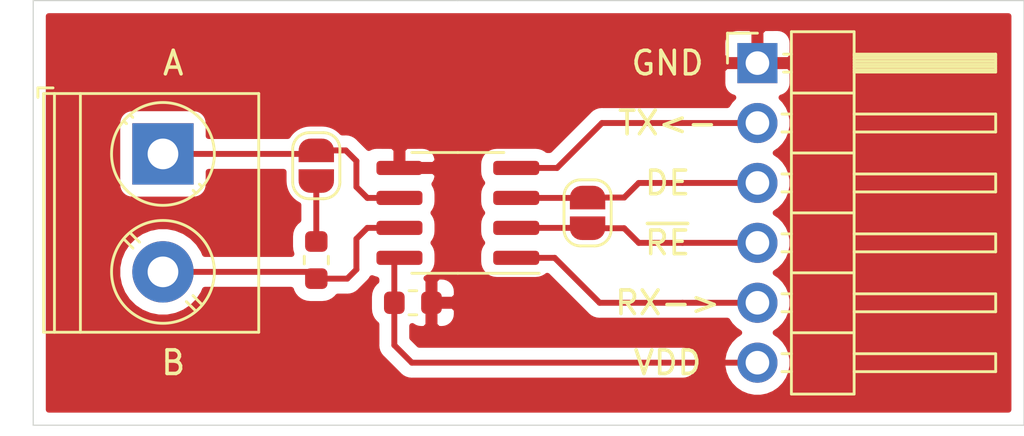
<source format=kicad_pcb>
(kicad_pcb (version 20171130) (host pcbnew "(5.1.6)-1")

  (general
    (thickness 1.6)
    (drawings 13)
    (tracks 39)
    (zones 0)
    (modules 7)
    (nets 10)
  )

  (page A4)
  (layers
    (0 F.Cu signal)
    (31 B.Cu signal)
    (32 B.Adhes user)
    (33 F.Adhes user)
    (34 B.Paste user)
    (35 F.Paste user)
    (36 B.SilkS user)
    (37 F.SilkS user)
    (38 B.Mask user)
    (39 F.Mask user)
    (40 Dwgs.User user)
    (41 Cmts.User user)
    (42 Eco1.User user)
    (43 Eco2.User user)
    (44 Edge.Cuts user)
    (45 Margin user)
    (46 B.CrtYd user)
    (47 F.CrtYd user)
    (48 B.Fab user)
    (49 F.Fab user)
  )

  (setup
    (last_trace_width 0.25)
    (trace_clearance 0.2)
    (zone_clearance 0.508)
    (zone_45_only no)
    (trace_min 0.2)
    (via_size 0.8)
    (via_drill 0.4)
    (via_min_size 0.4)
    (via_min_drill 0.3)
    (uvia_size 0.3)
    (uvia_drill 0.1)
    (uvias_allowed no)
    (uvia_min_size 0.2)
    (uvia_min_drill 0.1)
    (edge_width 0.05)
    (segment_width 0.2)
    (pcb_text_width 0.3)
    (pcb_text_size 1.5 1.5)
    (mod_edge_width 0.12)
    (mod_text_size 1 1)
    (mod_text_width 0.15)
    (pad_size 1.524 1.524)
    (pad_drill 0.762)
    (pad_to_mask_clearance 0.05)
    (aux_axis_origin 0 0)
    (grid_origin 181.5 115)
    (visible_elements 7FFFFFFF)
    (pcbplotparams
      (layerselection 0x010e0_ffffffff)
      (usegerberextensions false)
      (usegerberattributes true)
      (usegerberadvancedattributes true)
      (creategerberjobfile true)
      (excludeedgelayer true)
      (linewidth 0.100000)
      (plotframeref false)
      (viasonmask false)
      (mode 1)
      (useauxorigin false)
      (hpglpennumber 1)
      (hpglpenspeed 20)
      (hpglpendiameter 15.000000)
      (psnegative false)
      (psa4output false)
      (plotreference true)
      (plotvalue true)
      (plotinvisibletext false)
      (padsonsilk false)
      (subtractmaskfromsilk false)
      (outputformat 1)
      (mirror false)
      (drillshape 0)
      (scaleselection 1)
      (outputdirectory "../produkcja/gerber/"))
  )

  (net 0 "")
  (net 1 /VDD)
  (net 2 /GND)
  (net 3 /RS485_B)
  (net 4 /RS485_A)
  (net 5 /Driver_ENABLE)
  (net 6 /~Receiver_ENABLE)
  (net 7 "/RX_(out)")
  (net 8 "/TX_(in)")
  (net 9 "Net-(JP14-Pad1)")

  (net_class Default "This is the default net class."
    (clearance 0.2)
    (trace_width 0.25)
    (via_dia 0.8)
    (via_drill 0.4)
    (uvia_dia 0.3)
    (uvia_drill 0.1)
    (add_net /Driver_ENABLE)
    (add_net /GND)
    (add_net /RS485_A)
    (add_net /RS485_B)
    (add_net "/RX_(out)")
    (add_net "/TX_(in)")
    (add_net /VDD)
    (add_net /~Receiver_ENABLE)
    (add_net "Net-(JP14-Pad1)")
  )

  (module Package_SO:SOIC-8_3.9x4.9mm_P1.27mm (layer F.Cu) (tedit 5D9F72B1) (tstamp 5FB731BF)
    (at 181.5 115 180)
    (descr "SOIC, 8 Pin (JEDEC MS-012AA, https://www.analog.com/media/en/package-pcb-resources/package/pkg_pdf/soic_narrow-r/r_8.pdf), generated with kicad-footprint-generator ipc_gullwing_generator.py")
    (tags "SOIC SO")
    (path /603838A3)
    (attr smd)
    (fp_text reference U3 (at 0 -3.4) (layer F.SilkS) hide
      (effects (font (size 1 1) (thickness 0.15)))
    )
    (fp_text value ST485EBDR (at 0 3.4) (layer F.Fab)
      (effects (font (size 1 1) (thickness 0.15)))
    )
    (fp_line (start 3.7 -2.7) (end -3.7 -2.7) (layer F.CrtYd) (width 0.05))
    (fp_line (start 3.7 2.7) (end 3.7 -2.7) (layer F.CrtYd) (width 0.05))
    (fp_line (start -3.7 2.7) (end 3.7 2.7) (layer F.CrtYd) (width 0.05))
    (fp_line (start -3.7 -2.7) (end -3.7 2.7) (layer F.CrtYd) (width 0.05))
    (fp_line (start -1.95 -1.475) (end -0.975 -2.45) (layer F.Fab) (width 0.1))
    (fp_line (start -1.95 2.45) (end -1.95 -1.475) (layer F.Fab) (width 0.1))
    (fp_line (start 1.95 2.45) (end -1.95 2.45) (layer F.Fab) (width 0.1))
    (fp_line (start 1.95 -2.45) (end 1.95 2.45) (layer F.Fab) (width 0.1))
    (fp_line (start -0.975 -2.45) (end 1.95 -2.45) (layer F.Fab) (width 0.1))
    (fp_line (start 0 -2.56) (end -3.45 -2.56) (layer F.SilkS) (width 0.12))
    (fp_line (start 0 -2.56) (end 1.95 -2.56) (layer F.SilkS) (width 0.12))
    (fp_line (start 0 2.56) (end -1.95 2.56) (layer F.SilkS) (width 0.12))
    (fp_line (start 0 2.56) (end 1.95 2.56) (layer F.SilkS) (width 0.12))
    (fp_text user %R (at 0 0) (layer F.Fab)
      (effects (font (size 0.98 0.98) (thickness 0.15)))
    )
    (pad 8 smd roundrect (at 2.475 -1.905 180) (size 1.95 0.6) (layers F.Cu F.Paste F.Mask) (roundrect_rratio 0.25)
      (net 1 /VDD))
    (pad 7 smd roundrect (at 2.475 -0.635 180) (size 1.95 0.6) (layers F.Cu F.Paste F.Mask) (roundrect_rratio 0.25)
      (net 3 /RS485_B))
    (pad 6 smd roundrect (at 2.475 0.635 180) (size 1.95 0.6) (layers F.Cu F.Paste F.Mask) (roundrect_rratio 0.25)
      (net 4 /RS485_A))
    (pad 5 smd roundrect (at 2.475 1.905 180) (size 1.95 0.6) (layers F.Cu F.Paste F.Mask) (roundrect_rratio 0.25)
      (net 2 /GND))
    (pad 4 smd roundrect (at -2.475 1.905 180) (size 1.95 0.6) (layers F.Cu F.Paste F.Mask) (roundrect_rratio 0.25)
      (net 8 "/TX_(in)"))
    (pad 3 smd roundrect (at -2.475 0.635 180) (size 1.95 0.6) (layers F.Cu F.Paste F.Mask) (roundrect_rratio 0.25)
      (net 5 /Driver_ENABLE))
    (pad 2 smd roundrect (at -2.475 -0.635 180) (size 1.95 0.6) (layers F.Cu F.Paste F.Mask) (roundrect_rratio 0.25)
      (net 6 /~Receiver_ENABLE))
    (pad 1 smd roundrect (at -2.475 -1.905 180) (size 1.95 0.6) (layers F.Cu F.Paste F.Mask) (roundrect_rratio 0.25)
      (net 7 "/RX_(out)"))
    (model ${KISYS3DMOD}/Package_SO.3dshapes/SOIC-8_3.9x4.9mm_P1.27mm.wrl
      (at (xyz 0 0 0))
      (scale (xyz 1 1 1))
      (rotate (xyz 0 0 0))
    )
  )

  (module Resistor_SMD:R_0603_1608Metric (layer F.Cu) (tedit 5B301BBD) (tstamp 5FB731A5)
    (at 175.5 117 90)
    (descr "Resistor SMD 0603 (1608 Metric), square (rectangular) end terminal, IPC_7351 nominal, (Body size source: http://www.tortai-tech.com/upload/download/2011102023233369053.pdf), generated with kicad-footprint-generator")
    (tags resistor)
    (path /6015B74B)
    (attr smd)
    (fp_text reference R19 (at 0 -1.43 90) (layer F.SilkS) hide
      (effects (font (size 1 1) (thickness 0.15)))
    )
    (fp_text value 120 (at 0 1.43 90) (layer F.Fab)
      (effects (font (size 1 1) (thickness 0.15)))
    )
    (fp_line (start 1.48 0.73) (end -1.48 0.73) (layer F.CrtYd) (width 0.05))
    (fp_line (start 1.48 -0.73) (end 1.48 0.73) (layer F.CrtYd) (width 0.05))
    (fp_line (start -1.48 -0.73) (end 1.48 -0.73) (layer F.CrtYd) (width 0.05))
    (fp_line (start -1.48 0.73) (end -1.48 -0.73) (layer F.CrtYd) (width 0.05))
    (fp_line (start -0.162779 0.51) (end 0.162779 0.51) (layer F.SilkS) (width 0.12))
    (fp_line (start -0.162779 -0.51) (end 0.162779 -0.51) (layer F.SilkS) (width 0.12))
    (fp_line (start 0.8 0.4) (end -0.8 0.4) (layer F.Fab) (width 0.1))
    (fp_line (start 0.8 -0.4) (end 0.8 0.4) (layer F.Fab) (width 0.1))
    (fp_line (start -0.8 -0.4) (end 0.8 -0.4) (layer F.Fab) (width 0.1))
    (fp_line (start -0.8 0.4) (end -0.8 -0.4) (layer F.Fab) (width 0.1))
    (fp_text user %R (at 0 0 90) (layer F.Fab)
      (effects (font (size 0.4 0.4) (thickness 0.06)))
    )
    (pad 2 smd roundrect (at 0.7875 0 90) (size 0.875 0.95) (layers F.Cu F.Paste F.Mask) (roundrect_rratio 0.25)
      (net 9 "Net-(JP14-Pad1)"))
    (pad 1 smd roundrect (at -0.7875 0 90) (size 0.875 0.95) (layers F.Cu F.Paste F.Mask) (roundrect_rratio 0.25)
      (net 3 /RS485_B))
    (model ${KISYS3DMOD}/Resistor_SMD.3dshapes/R_0603_1608Metric.wrl
      (at (xyz 0 0 0))
      (scale (xyz 1 1 1))
      (rotate (xyz 0 0 0))
    )
  )

  (module Jumper:SolderJumper-2_P1.3mm_Open_RoundedPad1.0x1.5mm (layer F.Cu) (tedit 5B391E66) (tstamp 5FB73194)
    (at 175.5 113 90)
    (descr "SMD Solder Jumper, 1x1.5mm, rounded Pads, 0.3mm gap, open")
    (tags "solder jumper open")
    (path /601566E6)
    (attr virtual)
    (fp_text reference JP14 (at 0 -1.8 90) (layer F.SilkS) hide
      (effects (font (size 1 1) (thickness 0.15)))
    )
    (fp_text value Jumper (at 0 1.9 90) (layer F.Fab)
      (effects (font (size 1 1) (thickness 0.15)))
    )
    (fp_line (start 1.65 1.25) (end -1.65 1.25) (layer F.CrtYd) (width 0.05))
    (fp_line (start 1.65 1.25) (end 1.65 -1.25) (layer F.CrtYd) (width 0.05))
    (fp_line (start -1.65 -1.25) (end -1.65 1.25) (layer F.CrtYd) (width 0.05))
    (fp_line (start -1.65 -1.25) (end 1.65 -1.25) (layer F.CrtYd) (width 0.05))
    (fp_line (start -0.7 -1) (end 0.7 -1) (layer F.SilkS) (width 0.12))
    (fp_line (start 1.4 -0.3) (end 1.4 0.3) (layer F.SilkS) (width 0.12))
    (fp_line (start 0.7 1) (end -0.7 1) (layer F.SilkS) (width 0.12))
    (fp_line (start -1.4 0.3) (end -1.4 -0.3) (layer F.SilkS) (width 0.12))
    (fp_arc (start -0.7 -0.3) (end -0.7 -1) (angle -90) (layer F.SilkS) (width 0.12))
    (fp_arc (start -0.7 0.3) (end -1.4 0.3) (angle -90) (layer F.SilkS) (width 0.12))
    (fp_arc (start 0.7 0.3) (end 0.7 1) (angle -90) (layer F.SilkS) (width 0.12))
    (fp_arc (start 0.7 -0.3) (end 1.4 -0.3) (angle -90) (layer F.SilkS) (width 0.12))
    (pad 2 smd custom (at 0.65 0 90) (size 1 0.5) (layers F.Cu F.Mask)
      (net 4 /RS485_A) (zone_connect 2)
      (options (clearance outline) (anchor rect))
      (primitives
        (gr_circle (center 0 0.25) (end 0.5 0.25) (width 0))
        (gr_circle (center 0 -0.25) (end 0.5 -0.25) (width 0))
        (gr_poly (pts
           (xy 0 -0.75) (xy -0.5 -0.75) (xy -0.5 0.75) (xy 0 0.75)) (width 0))
      ))
    (pad 1 smd custom (at -0.65 0 90) (size 1 0.5) (layers F.Cu F.Mask)
      (net 9 "Net-(JP14-Pad1)") (zone_connect 2)
      (options (clearance outline) (anchor rect))
      (primitives
        (gr_circle (center 0 0.25) (end 0.5 0.25) (width 0))
        (gr_circle (center 0 -0.25) (end 0.5 -0.25) (width 0))
        (gr_poly (pts
           (xy 0 -0.75) (xy 0.5 -0.75) (xy 0.5 0.75) (xy 0 0.75)) (width 0))
      ))
  )

  (module Jumper:SolderJumper-2_P1.3mm_Open_RoundedPad1.0x1.5mm (layer F.Cu) (tedit 5B391E66) (tstamp 5FB73182)
    (at 187 115 90)
    (descr "SMD Solder Jumper, 1x1.5mm, rounded Pads, 0.3mm gap, open")
    (tags "solder jumper open")
    (path /5FD10BF0)
    (attr virtual)
    (fp_text reference JP8 (at 0 -1.8 90) (layer F.SilkS) hide
      (effects (font (size 1 1) (thickness 0.15)))
    )
    (fp_text value Jumper (at 0 1.9 90) (layer F.Fab)
      (effects (font (size 1 1) (thickness 0.15)))
    )
    (fp_line (start 1.65 1.25) (end -1.65 1.25) (layer F.CrtYd) (width 0.05))
    (fp_line (start 1.65 1.25) (end 1.65 -1.25) (layer F.CrtYd) (width 0.05))
    (fp_line (start -1.65 -1.25) (end -1.65 1.25) (layer F.CrtYd) (width 0.05))
    (fp_line (start -1.65 -1.25) (end 1.65 -1.25) (layer F.CrtYd) (width 0.05))
    (fp_line (start -0.7 -1) (end 0.7 -1) (layer F.SilkS) (width 0.12))
    (fp_line (start 1.4 -0.3) (end 1.4 0.3) (layer F.SilkS) (width 0.12))
    (fp_line (start 0.7 1) (end -0.7 1) (layer F.SilkS) (width 0.12))
    (fp_line (start -1.4 0.3) (end -1.4 -0.3) (layer F.SilkS) (width 0.12))
    (fp_arc (start -0.7 -0.3) (end -0.7 -1) (angle -90) (layer F.SilkS) (width 0.12))
    (fp_arc (start -0.7 0.3) (end -1.4 0.3) (angle -90) (layer F.SilkS) (width 0.12))
    (fp_arc (start 0.7 0.3) (end 0.7 1) (angle -90) (layer F.SilkS) (width 0.12))
    (fp_arc (start 0.7 -0.3) (end 1.4 -0.3) (angle -90) (layer F.SilkS) (width 0.12))
    (pad 2 smd custom (at 0.65 0 90) (size 1 0.5) (layers F.Cu F.Mask)
      (net 5 /Driver_ENABLE) (zone_connect 2)
      (options (clearance outline) (anchor rect))
      (primitives
        (gr_circle (center 0 0.25) (end 0.5 0.25) (width 0))
        (gr_circle (center 0 -0.25) (end 0.5 -0.25) (width 0))
        (gr_poly (pts
           (xy 0 -0.75) (xy -0.5 -0.75) (xy -0.5 0.75) (xy 0 0.75)) (width 0))
      ))
    (pad 1 smd custom (at -0.65 0 90) (size 1 0.5) (layers F.Cu F.Mask)
      (net 6 /~Receiver_ENABLE) (zone_connect 2)
      (options (clearance outline) (anchor rect))
      (primitives
        (gr_circle (center 0 0.25) (end 0.5 0.25) (width 0))
        (gr_circle (center 0 -0.25) (end 0.5 -0.25) (width 0))
        (gr_poly (pts
           (xy 0 -0.75) (xy 0.5 -0.75) (xy 0.5 0.75) (xy 0 0.75)) (width 0))
      ))
  )

  (module Connector_PinHeader_2.54mm:PinHeader_1x06_P2.54mm_Horizontal (layer F.Cu) (tedit 59FED5CB) (tstamp 5FB73170)
    (at 194.2 108.65)
    (descr "Through hole angled pin header, 1x06, 2.54mm pitch, 6mm pin length, single row")
    (tags "Through hole angled pin header THT 1x06 2.54mm single row")
    (path /5FBD5116)
    (fp_text reference J2 (at 4.385 -2.27) (layer F.SilkS) hide
      (effects (font (size 1 1) (thickness 0.15)))
    )
    (fp_text value Conn_01x06 (at 4.385 14.97) (layer F.Fab)
      (effects (font (size 1 1) (thickness 0.15)))
    )
    (fp_line (start 10.55 -1.8) (end -1.8 -1.8) (layer F.CrtYd) (width 0.05))
    (fp_line (start 10.55 14.5) (end 10.55 -1.8) (layer F.CrtYd) (width 0.05))
    (fp_line (start -1.8 14.5) (end 10.55 14.5) (layer F.CrtYd) (width 0.05))
    (fp_line (start -1.8 -1.8) (end -1.8 14.5) (layer F.CrtYd) (width 0.05))
    (fp_line (start -1.27 -1.27) (end 0 -1.27) (layer F.SilkS) (width 0.12))
    (fp_line (start -1.27 0) (end -1.27 -1.27) (layer F.SilkS) (width 0.12))
    (fp_line (start 1.042929 13.08) (end 1.44 13.08) (layer F.SilkS) (width 0.12))
    (fp_line (start 1.042929 12.32) (end 1.44 12.32) (layer F.SilkS) (width 0.12))
    (fp_line (start 10.1 13.08) (end 4.1 13.08) (layer F.SilkS) (width 0.12))
    (fp_line (start 10.1 12.32) (end 10.1 13.08) (layer F.SilkS) (width 0.12))
    (fp_line (start 4.1 12.32) (end 10.1 12.32) (layer F.SilkS) (width 0.12))
    (fp_line (start 1.44 11.43) (end 4.1 11.43) (layer F.SilkS) (width 0.12))
    (fp_line (start 1.042929 10.54) (end 1.44 10.54) (layer F.SilkS) (width 0.12))
    (fp_line (start 1.042929 9.78) (end 1.44 9.78) (layer F.SilkS) (width 0.12))
    (fp_line (start 10.1 10.54) (end 4.1 10.54) (layer F.SilkS) (width 0.12))
    (fp_line (start 10.1 9.78) (end 10.1 10.54) (layer F.SilkS) (width 0.12))
    (fp_line (start 4.1 9.78) (end 10.1 9.78) (layer F.SilkS) (width 0.12))
    (fp_line (start 1.44 8.89) (end 4.1 8.89) (layer F.SilkS) (width 0.12))
    (fp_line (start 1.042929 8) (end 1.44 8) (layer F.SilkS) (width 0.12))
    (fp_line (start 1.042929 7.24) (end 1.44 7.24) (layer F.SilkS) (width 0.12))
    (fp_line (start 10.1 8) (end 4.1 8) (layer F.SilkS) (width 0.12))
    (fp_line (start 10.1 7.24) (end 10.1 8) (layer F.SilkS) (width 0.12))
    (fp_line (start 4.1 7.24) (end 10.1 7.24) (layer F.SilkS) (width 0.12))
    (fp_line (start 1.44 6.35) (end 4.1 6.35) (layer F.SilkS) (width 0.12))
    (fp_line (start 1.042929 5.46) (end 1.44 5.46) (layer F.SilkS) (width 0.12))
    (fp_line (start 1.042929 4.7) (end 1.44 4.7) (layer F.SilkS) (width 0.12))
    (fp_line (start 10.1 5.46) (end 4.1 5.46) (layer F.SilkS) (width 0.12))
    (fp_line (start 10.1 4.7) (end 10.1 5.46) (layer F.SilkS) (width 0.12))
    (fp_line (start 4.1 4.7) (end 10.1 4.7) (layer F.SilkS) (width 0.12))
    (fp_line (start 1.44 3.81) (end 4.1 3.81) (layer F.SilkS) (width 0.12))
    (fp_line (start 1.042929 2.92) (end 1.44 2.92) (layer F.SilkS) (width 0.12))
    (fp_line (start 1.042929 2.16) (end 1.44 2.16) (layer F.SilkS) (width 0.12))
    (fp_line (start 10.1 2.92) (end 4.1 2.92) (layer F.SilkS) (width 0.12))
    (fp_line (start 10.1 2.16) (end 10.1 2.92) (layer F.SilkS) (width 0.12))
    (fp_line (start 4.1 2.16) (end 10.1 2.16) (layer F.SilkS) (width 0.12))
    (fp_line (start 1.44 1.27) (end 4.1 1.27) (layer F.SilkS) (width 0.12))
    (fp_line (start 1.11 0.38) (end 1.44 0.38) (layer F.SilkS) (width 0.12))
    (fp_line (start 1.11 -0.38) (end 1.44 -0.38) (layer F.SilkS) (width 0.12))
    (fp_line (start 4.1 0.28) (end 10.1 0.28) (layer F.SilkS) (width 0.12))
    (fp_line (start 4.1 0.16) (end 10.1 0.16) (layer F.SilkS) (width 0.12))
    (fp_line (start 4.1 0.04) (end 10.1 0.04) (layer F.SilkS) (width 0.12))
    (fp_line (start 4.1 -0.08) (end 10.1 -0.08) (layer F.SilkS) (width 0.12))
    (fp_line (start 4.1 -0.2) (end 10.1 -0.2) (layer F.SilkS) (width 0.12))
    (fp_line (start 4.1 -0.32) (end 10.1 -0.32) (layer F.SilkS) (width 0.12))
    (fp_line (start 10.1 0.38) (end 4.1 0.38) (layer F.SilkS) (width 0.12))
    (fp_line (start 10.1 -0.38) (end 10.1 0.38) (layer F.SilkS) (width 0.12))
    (fp_line (start 4.1 -0.38) (end 10.1 -0.38) (layer F.SilkS) (width 0.12))
    (fp_line (start 4.1 -1.33) (end 1.44 -1.33) (layer F.SilkS) (width 0.12))
    (fp_line (start 4.1 14.03) (end 4.1 -1.33) (layer F.SilkS) (width 0.12))
    (fp_line (start 1.44 14.03) (end 4.1 14.03) (layer F.SilkS) (width 0.12))
    (fp_line (start 1.44 -1.33) (end 1.44 14.03) (layer F.SilkS) (width 0.12))
    (fp_line (start 4.04 13.02) (end 10.04 13.02) (layer F.Fab) (width 0.1))
    (fp_line (start 10.04 12.38) (end 10.04 13.02) (layer F.Fab) (width 0.1))
    (fp_line (start 4.04 12.38) (end 10.04 12.38) (layer F.Fab) (width 0.1))
    (fp_line (start -0.32 13.02) (end 1.5 13.02) (layer F.Fab) (width 0.1))
    (fp_line (start -0.32 12.38) (end -0.32 13.02) (layer F.Fab) (width 0.1))
    (fp_line (start -0.32 12.38) (end 1.5 12.38) (layer F.Fab) (width 0.1))
    (fp_line (start 4.04 10.48) (end 10.04 10.48) (layer F.Fab) (width 0.1))
    (fp_line (start 10.04 9.84) (end 10.04 10.48) (layer F.Fab) (width 0.1))
    (fp_line (start 4.04 9.84) (end 10.04 9.84) (layer F.Fab) (width 0.1))
    (fp_line (start -0.32 10.48) (end 1.5 10.48) (layer F.Fab) (width 0.1))
    (fp_line (start -0.32 9.84) (end -0.32 10.48) (layer F.Fab) (width 0.1))
    (fp_line (start -0.32 9.84) (end 1.5 9.84) (layer F.Fab) (width 0.1))
    (fp_line (start 4.04 7.94) (end 10.04 7.94) (layer F.Fab) (width 0.1))
    (fp_line (start 10.04 7.3) (end 10.04 7.94) (layer F.Fab) (width 0.1))
    (fp_line (start 4.04 7.3) (end 10.04 7.3) (layer F.Fab) (width 0.1))
    (fp_line (start -0.32 7.94) (end 1.5 7.94) (layer F.Fab) (width 0.1))
    (fp_line (start -0.32 7.3) (end -0.32 7.94) (layer F.Fab) (width 0.1))
    (fp_line (start -0.32 7.3) (end 1.5 7.3) (layer F.Fab) (width 0.1))
    (fp_line (start 4.04 5.4) (end 10.04 5.4) (layer F.Fab) (width 0.1))
    (fp_line (start 10.04 4.76) (end 10.04 5.4) (layer F.Fab) (width 0.1))
    (fp_line (start 4.04 4.76) (end 10.04 4.76) (layer F.Fab) (width 0.1))
    (fp_line (start -0.32 5.4) (end 1.5 5.4) (layer F.Fab) (width 0.1))
    (fp_line (start -0.32 4.76) (end -0.32 5.4) (layer F.Fab) (width 0.1))
    (fp_line (start -0.32 4.76) (end 1.5 4.76) (layer F.Fab) (width 0.1))
    (fp_line (start 4.04 2.86) (end 10.04 2.86) (layer F.Fab) (width 0.1))
    (fp_line (start 10.04 2.22) (end 10.04 2.86) (layer F.Fab) (width 0.1))
    (fp_line (start 4.04 2.22) (end 10.04 2.22) (layer F.Fab) (width 0.1))
    (fp_line (start -0.32 2.86) (end 1.5 2.86) (layer F.Fab) (width 0.1))
    (fp_line (start -0.32 2.22) (end -0.32 2.86) (layer F.Fab) (width 0.1))
    (fp_line (start -0.32 2.22) (end 1.5 2.22) (layer F.Fab) (width 0.1))
    (fp_line (start 4.04 0.32) (end 10.04 0.32) (layer F.Fab) (width 0.1))
    (fp_line (start 10.04 -0.32) (end 10.04 0.32) (layer F.Fab) (width 0.1))
    (fp_line (start 4.04 -0.32) (end 10.04 -0.32) (layer F.Fab) (width 0.1))
    (fp_line (start -0.32 0.32) (end 1.5 0.32) (layer F.Fab) (width 0.1))
    (fp_line (start -0.32 -0.32) (end -0.32 0.32) (layer F.Fab) (width 0.1))
    (fp_line (start -0.32 -0.32) (end 1.5 -0.32) (layer F.Fab) (width 0.1))
    (fp_line (start 1.5 -0.635) (end 2.135 -1.27) (layer F.Fab) (width 0.1))
    (fp_line (start 1.5 13.97) (end 1.5 -0.635) (layer F.Fab) (width 0.1))
    (fp_line (start 4.04 13.97) (end 1.5 13.97) (layer F.Fab) (width 0.1))
    (fp_line (start 4.04 -1.27) (end 4.04 13.97) (layer F.Fab) (width 0.1))
    (fp_line (start 2.135 -1.27) (end 4.04 -1.27) (layer F.Fab) (width 0.1))
    (fp_text user %R (at 2.77 6.35 90) (layer F.Fab)
      (effects (font (size 1 1) (thickness 0.15)))
    )
    (pad 6 thru_hole oval (at 0 12.7) (size 1.7 1.7) (drill 1) (layers *.Cu *.Mask)
      (net 1 /VDD))
    (pad 5 thru_hole oval (at 0 10.16) (size 1.7 1.7) (drill 1) (layers *.Cu *.Mask)
      (net 7 "/RX_(out)"))
    (pad 4 thru_hole oval (at 0 7.62) (size 1.7 1.7) (drill 1) (layers *.Cu *.Mask)
      (net 6 /~Receiver_ENABLE))
    (pad 3 thru_hole oval (at 0 5.08) (size 1.7 1.7) (drill 1) (layers *.Cu *.Mask)
      (net 5 /Driver_ENABLE))
    (pad 2 thru_hole oval (at 0 2.54) (size 1.7 1.7) (drill 1) (layers *.Cu *.Mask)
      (net 8 "/TX_(in)"))
    (pad 1 thru_hole rect (at 0 0) (size 1.7 1.7) (drill 1) (layers *.Cu *.Mask)
      (net 2 /GND))
    (model ${KISYS3DMOD}/Connector_PinHeader_2.54mm.3dshapes/PinHeader_1x06_P2.54mm_Horizontal.wrl
      (at (xyz 0 0 0))
      (scale (xyz 1 1 1))
      (rotate (xyz 0 0 0))
    )
  )

  (module TerminalBlock_Phoenix:TerminalBlock_Phoenix_PT-1,5-2-5.0-H_1x02_P5.00mm_Horizontal (layer F.Cu) (tedit 5B294F69) (tstamp 5FB73109)
    (at 169 112.5 270)
    (descr "Terminal Block Phoenix PT-1,5-2-5.0-H, 2 pins, pitch 5mm, size 10x9mm^2, drill diamater 1.3mm, pad diameter 2.6mm, see http://www.mouser.com/ds/2/324/ItemDetail_1935161-922578.pdf, script-generated using https://github.com/pointhi/kicad-footprint-generator/scripts/TerminalBlock_Phoenix")
    (tags "THT Terminal Block Phoenix PT-1,5-2-5.0-H pitch 5mm size 10x9mm^2 drill 1.3mm pad 2.6mm")
    (path /5FBD4AE4)
    (fp_text reference J1 (at 2.5 -5.06 90) (layer F.SilkS) hide
      (effects (font (size 1 1) (thickness 0.15)))
    )
    (fp_text value Conn_01x02 (at 2.5 6.06 90) (layer F.Fab)
      (effects (font (size 1 1) (thickness 0.15)))
    )
    (fp_line (start 8 -4.5) (end -3 -4.5) (layer F.CrtYd) (width 0.05))
    (fp_line (start 8 5.5) (end 8 -4.5) (layer F.CrtYd) (width 0.05))
    (fp_line (start -3 5.5) (end 8 5.5) (layer F.CrtYd) (width 0.05))
    (fp_line (start -3 -4.5) (end -3 5.5) (layer F.CrtYd) (width 0.05))
    (fp_line (start -2.8 5.3) (end -2.4 5.3) (layer F.SilkS) (width 0.12))
    (fp_line (start -2.8 4.66) (end -2.8 5.3) (layer F.SilkS) (width 0.12))
    (fp_line (start 3.742 0.992) (end 3.347 1.388) (layer F.SilkS) (width 0.12))
    (fp_line (start 6.388 -1.654) (end 6.008 -1.274) (layer F.SilkS) (width 0.12))
    (fp_line (start 3.993 1.274) (end 3.613 1.654) (layer F.SilkS) (width 0.12))
    (fp_line (start 6.654 -1.388) (end 6.259 -0.992) (layer F.SilkS) (width 0.12))
    (fp_line (start 6.273 -1.517) (end 3.484 1.273) (layer F.Fab) (width 0.1))
    (fp_line (start 6.517 -1.273) (end 3.728 1.517) (layer F.Fab) (width 0.1))
    (fp_line (start -1.548 1.281) (end -1.654 1.388) (layer F.SilkS) (width 0.12))
    (fp_line (start 1.388 -1.654) (end 1.281 -1.547) (layer F.SilkS) (width 0.12))
    (fp_line (start -1.282 1.547) (end -1.388 1.654) (layer F.SilkS) (width 0.12))
    (fp_line (start 1.654 -1.388) (end 1.547 -1.281) (layer F.SilkS) (width 0.12))
    (fp_line (start 1.273 -1.517) (end -1.517 1.273) (layer F.Fab) (width 0.1))
    (fp_line (start 1.517 -1.273) (end -1.273 1.517) (layer F.Fab) (width 0.1))
    (fp_line (start 7.56 -4.06) (end 7.56 5.06) (layer F.SilkS) (width 0.12))
    (fp_line (start -2.56 -4.06) (end -2.56 5.06) (layer F.SilkS) (width 0.12))
    (fp_line (start -2.56 5.06) (end 7.56 5.06) (layer F.SilkS) (width 0.12))
    (fp_line (start -2.56 -4.06) (end 7.56 -4.06) (layer F.SilkS) (width 0.12))
    (fp_line (start -2.56 3.5) (end 7.56 3.5) (layer F.SilkS) (width 0.12))
    (fp_line (start -2.5 3.5) (end 7.5 3.5) (layer F.Fab) (width 0.1))
    (fp_line (start -2.56 4.6) (end 7.56 4.6) (layer F.SilkS) (width 0.12))
    (fp_line (start -2.5 4.6) (end 7.5 4.6) (layer F.Fab) (width 0.1))
    (fp_line (start -2.5 4.6) (end -2.5 -4) (layer F.Fab) (width 0.1))
    (fp_line (start -2.1 5) (end -2.5 4.6) (layer F.Fab) (width 0.1))
    (fp_line (start 7.5 5) (end -2.1 5) (layer F.Fab) (width 0.1))
    (fp_line (start 7.5 -4) (end 7.5 5) (layer F.Fab) (width 0.1))
    (fp_line (start -2.5 -4) (end 7.5 -4) (layer F.Fab) (width 0.1))
    (fp_circle (center 5 0) (end 7.18 0) (layer F.SilkS) (width 0.12))
    (fp_circle (center 5 0) (end 7 0) (layer F.Fab) (width 0.1))
    (fp_circle (center 0 0) (end 2.18 0) (layer F.SilkS) (width 0.12))
    (fp_circle (center 0 0) (end 2 0) (layer F.Fab) (width 0.1))
    (fp_text user %R (at 2.5 2.9 90) (layer F.Fab)
      (effects (font (size 1 1) (thickness 0.15)))
    )
    (pad 2 thru_hole circle (at 5 0 270) (size 2.6 2.6) (drill 1.3) (layers *.Cu *.Mask)
      (net 3 /RS485_B))
    (pad 1 thru_hole rect (at 0 0 270) (size 2.6 2.6) (drill 1.3) (layers *.Cu *.Mask)
      (net 4 /RS485_A))
    (model ${KISYS3DMOD}/TerminalBlock_Phoenix.3dshapes/TerminalBlock_Phoenix_PT-1,5-2-5.0-H_1x02_P5.00mm_Horizontal.wrl
      (at (xyz 0 0 0))
      (scale (xyz 1 1 1))
      (rotate (xyz 0 0 0))
    )
  )

  (module Capacitor_SMD:C_0603_1608Metric (layer F.Cu) (tedit 5B301BBE) (tstamp 5FB730DF)
    (at 179.595 118.81 180)
    (descr "Capacitor SMD 0603 (1608 Metric), square (rectangular) end terminal, IPC_7351 nominal, (Body size source: http://www.tortai-tech.com/upload/download/2011102023233369053.pdf), generated with kicad-footprint-generator")
    (tags capacitor)
    (path /603B1976)
    (attr smd)
    (fp_text reference C17 (at 0 -1.43) (layer F.SilkS) hide
      (effects (font (size 1 1) (thickness 0.15)))
    )
    (fp_text value 100n (at 0 1.43) (layer F.Fab)
      (effects (font (size 1 1) (thickness 0.15)))
    )
    (fp_line (start 1.48 0.73) (end -1.48 0.73) (layer F.CrtYd) (width 0.05))
    (fp_line (start 1.48 -0.73) (end 1.48 0.73) (layer F.CrtYd) (width 0.05))
    (fp_line (start -1.48 -0.73) (end 1.48 -0.73) (layer F.CrtYd) (width 0.05))
    (fp_line (start -1.48 0.73) (end -1.48 -0.73) (layer F.CrtYd) (width 0.05))
    (fp_line (start -0.162779 0.51) (end 0.162779 0.51) (layer F.SilkS) (width 0.12))
    (fp_line (start -0.162779 -0.51) (end 0.162779 -0.51) (layer F.SilkS) (width 0.12))
    (fp_line (start 0.8 0.4) (end -0.8 0.4) (layer F.Fab) (width 0.1))
    (fp_line (start 0.8 -0.4) (end 0.8 0.4) (layer F.Fab) (width 0.1))
    (fp_line (start -0.8 -0.4) (end 0.8 -0.4) (layer F.Fab) (width 0.1))
    (fp_line (start -0.8 0.4) (end -0.8 -0.4) (layer F.Fab) (width 0.1))
    (fp_text user %R (at 0 0) (layer F.Fab)
      (effects (font (size 0.4 0.4) (thickness 0.06)))
    )
    (pad 2 smd roundrect (at 0.7875 0 180) (size 0.875 0.95) (layers F.Cu F.Paste F.Mask) (roundrect_rratio 0.25)
      (net 1 /VDD))
    (pad 1 smd roundrect (at -0.7875 0 180) (size 0.875 0.95) (layers F.Cu F.Paste F.Mask) (roundrect_rratio 0.25)
      (net 2 /GND))
    (model ${KISYS3DMOD}/Capacitor_SMD.3dshapes/C_0603_1608Metric.wrl
      (at (xyz 0 0 0))
      (scale (xyz 1 1 1))
      (rotate (xyz 0 0 0))
    )
  )

  (gr_text B (at 169.435 121.35) (layer F.SilkS) (tstamp 5FB74757)
    (effects (font (size 1 1) (thickness 0.15)))
  )
  (gr_text A (at 169.435 108.65) (layer F.SilkS) (tstamp 5FB74757)
    (effects (font (size 1 1) (thickness 0.15)))
  )
  (gr_text VDD (at 190.39 121.35) (layer F.SilkS) (tstamp 5FB74552)
    (effects (font (size 1 1) (thickness 0.15)))
  )
  (gr_text RX-> (at 190.39 118.81) (layer F.SilkS) (tstamp 5FB74552)
    (effects (font (size 1 1) (thickness 0.15)))
  )
  (gr_text ~RE (at 190.39 116.27) (layer F.SilkS) (tstamp 5FB74552)
    (effects (font (size 1 1) (thickness 0.15)))
  )
  (gr_text DE (at 190.39 113.73) (layer F.SilkS) (tstamp 5FB74552)
    (effects (font (size 1 1) (thickness 0.15)))
  )
  (gr_text TX<- (at 190.39 111.19) (layer F.SilkS) (tstamp 5FB74552)
    (effects (font (size 1 1) (thickness 0.15)))
  )
  (gr_text GND (at 190.39 108.65) (layer F.SilkS)
    (effects (font (size 1 1) (thickness 0.15)))
  )
  (gr_line (start 205.5 106) (end 181.5 106) (layer Edge.Cuts) (width 0.05) (tstamp 5FB744AC))
  (gr_line (start 205.5 124) (end 205.5 106) (layer Edge.Cuts) (width 0.05))
  (gr_line (start 163.5 124) (end 205.5 124) (layer Edge.Cuts) (width 0.05))
  (gr_line (start 163.5 106) (end 163.5 124) (layer Edge.Cuts) (width 0.05))
  (gr_line (start 181.5 106) (end 163.5 106) (layer Edge.Cuts) (width 0.05))

  (segment (start 178.8075 117.1225) (end 179.025 116.905) (width 0.25) (layer F.Cu) (net 1))
  (segment (start 178.8075 118.81) (end 178.8075 117.1225) (width 0.25) (layer F.Cu) (net 1))
  (segment (start 178.8075 120.6075) (end 178.8075 118.81) (width 0.25) (layer F.Cu) (net 1))
  (segment (start 194.2 121.35) (end 179.55 121.35) (width 0.25) (layer F.Cu) (net 1))
  (segment (start 179.55 121.35) (end 178.8075 120.6075) (width 0.25) (layer F.Cu) (net 1))
  (segment (start 175.2125 117.5) (end 175.5 117.7875) (width 0.25) (layer F.Cu) (net 3))
  (segment (start 169 117.5) (end 175.2125 117.5) (width 0.25) (layer F.Cu) (net 3))
  (segment (start 175.5 117.7875) (end 176.8125 117.7875) (width 0.25) (layer F.Cu) (net 3))
  (segment (start 176.8125 117.7875) (end 177.2 117.4) (width 0.25) (layer F.Cu) (net 3))
  (segment (start 177.2 117.4) (end 177.2 116.1) (width 0.25) (layer F.Cu) (net 3))
  (segment (start 177.665 115.635) (end 179.025 115.635) (width 0.25) (layer F.Cu) (net 3))
  (segment (start 177.2 116.1) (end 177.665 115.635) (width 0.25) (layer F.Cu) (net 3))
  (segment (start 175.35 112.5) (end 175.5 112.35) (width 0.25) (layer F.Cu) (net 4))
  (segment (start 169 112.5) (end 175.35 112.5) (width 0.25) (layer F.Cu) (net 4))
  (segment (start 175.5 112.35) (end 176.75 112.35) (width 0.25) (layer F.Cu) (net 4))
  (segment (start 176.75 112.35) (end 177.2 112.8) (width 0.25) (layer F.Cu) (net 4))
  (segment (start 177.2 112.8) (end 177.2 113.9) (width 0.25) (layer F.Cu) (net 4))
  (segment (start 177.665 114.365) (end 179.025 114.365) (width 0.25) (layer F.Cu) (net 4))
  (segment (start 177.2 113.9) (end 177.665 114.365) (width 0.25) (layer F.Cu) (net 4))
  (segment (start 186.985 114.365) (end 187 114.35) (width 0.25) (layer F.Cu) (net 5))
  (segment (start 183.975 114.365) (end 186.985 114.365) (width 0.25) (layer F.Cu) (net 5))
  (segment (start 187 114.35) (end 188.55 114.35) (width 0.25) (layer F.Cu) (net 5))
  (segment (start 189.17 113.73) (end 191.025 113.73) (width 0.25) (layer F.Cu) (net 5))
  (segment (start 188.55 114.35) (end 189.17 113.73) (width 0.25) (layer F.Cu) (net 5))
  (segment (start 191.025 113.73) (end 194.2 113.73) (width 0.25) (layer F.Cu) (net 5))
  (segment (start 186.985 115.635) (end 187 115.65) (width 0.25) (layer F.Cu) (net 6))
  (segment (start 183.975 115.635) (end 186.985 115.635) (width 0.25) (layer F.Cu) (net 6))
  (segment (start 187 115.65) (end 188.55 115.65) (width 0.25) (layer F.Cu) (net 6))
  (segment (start 189.17 116.27) (end 191.025 116.27) (width 0.25) (layer F.Cu) (net 6))
  (segment (start 188.55 115.65) (end 189.17 116.27) (width 0.25) (layer F.Cu) (net 6))
  (segment (start 191.025 116.27) (end 194.2 116.27) (width 0.25) (layer F.Cu) (net 6))
  (segment (start 183.975 116.905) (end 185.605 116.905) (width 0.25) (layer F.Cu) (net 7))
  (segment (start 187.51 118.81) (end 191.025 118.81) (width 0.25) (layer F.Cu) (net 7))
  (segment (start 185.605 116.905) (end 187.51 118.81) (width 0.25) (layer F.Cu) (net 7))
  (segment (start 191.025 118.81) (end 194.2 118.81) (width 0.25) (layer F.Cu) (net 7))
  (segment (start 194.2 111.19) (end 187.61 111.19) (width 0.25) (layer F.Cu) (net 8))
  (segment (start 185.705 113.095) (end 183.975 113.095) (width 0.25) (layer F.Cu) (net 8))
  (segment (start 187.61 111.19) (end 185.705 113.095) (width 0.25) (layer F.Cu) (net 8))
  (segment (start 175.5 113.65) (end 175.5 116.2125) (width 0.25) (layer F.Cu) (net 9))

  (zone (net 2) (net_name /GND) (layer F.Cu) (tstamp 5FB7479A) (hatch edge 0.508)
    (connect_pads (clearance 0.508))
    (min_thickness 0.254)
    (fill yes (arc_segments 32) (thermal_gap 0.508) (thermal_bridge_width 0.508))
    (polygon
      (pts
        (xy 205.5 124) (xy 163.5 124) (xy 163.5 106) (xy 205.5 106)
      )
    )
    (filled_polygon
      (pts
        (xy 204.84 123.34) (xy 164.16 123.34) (xy 164.16 111.2) (xy 167.061928 111.2) (xy 167.061928 113.8)
        (xy 167.074188 113.924482) (xy 167.110498 114.04418) (xy 167.169463 114.154494) (xy 167.248815 114.251185) (xy 167.345506 114.330537)
        (xy 167.45582 114.389502) (xy 167.575518 114.425812) (xy 167.7 114.438072) (xy 170.3 114.438072) (xy 170.424482 114.425812)
        (xy 170.54418 114.389502) (xy 170.654494 114.330537) (xy 170.751185 114.251185) (xy 170.830537 114.154494) (xy 170.889502 114.04418)
        (xy 170.925812 113.924482) (xy 170.938072 113.8) (xy 170.938072 113.26) (xy 174.111928 113.26) (xy 174.111928 113.65)
        (xy 174.114336 113.67445) (xy 174.114336 113.699009) (xy 174.126596 113.82349) (xy 174.145718 113.919623) (xy 174.182027 114.039319)
        (xy 174.219536 114.129875) (xy 174.278502 114.240192) (xy 174.332958 114.321691) (xy 174.41231 114.418382) (xy 174.481618 114.48769)
        (xy 174.578309 114.567042) (xy 174.659808 114.621498) (xy 174.74 114.664362) (xy 174.740001 115.304082) (xy 174.637885 115.387885)
        (xy 174.531329 115.517725) (xy 174.45215 115.665858) (xy 174.403392 115.826592) (xy 174.386928 115.99375) (xy 174.386928 116.43125)
        (xy 174.403392 116.598408) (xy 174.446343 116.74) (xy 170.779627 116.74) (xy 170.714775 116.583434) (xy 170.503013 116.266509)
        (xy 170.233491 115.996987) (xy 169.916566 115.785225) (xy 169.564419 115.639361) (xy 169.190581 115.565) (xy 168.809419 115.565)
        (xy 168.435581 115.639361) (xy 168.083434 115.785225) (xy 167.766509 115.996987) (xy 167.496987 116.266509) (xy 167.285225 116.583434)
        (xy 167.139361 116.935581) (xy 167.065 117.309419) (xy 167.065 117.690581) (xy 167.139361 118.064419) (xy 167.285225 118.416566)
        (xy 167.496987 118.733491) (xy 167.766509 119.003013) (xy 168.083434 119.214775) (xy 168.435581 119.360639) (xy 168.809419 119.435)
        (xy 169.190581 119.435) (xy 169.564419 119.360639) (xy 169.916566 119.214775) (xy 170.233491 119.003013) (xy 170.503013 118.733491)
        (xy 170.714775 118.416566) (xy 170.779627 118.26) (xy 174.429659 118.26) (xy 174.45215 118.334142) (xy 174.531329 118.482275)
        (xy 174.637885 118.612115) (xy 174.767725 118.718671) (xy 174.915858 118.79785) (xy 175.076592 118.846608) (xy 175.24375 118.863072)
        (xy 175.75625 118.863072) (xy 175.923408 118.846608) (xy 176.084142 118.79785) (xy 176.232275 118.718671) (xy 176.362115 118.612115)
        (xy 176.415143 118.5475) (xy 176.775178 118.5475) (xy 176.8125 118.551176) (xy 176.849822 118.5475) (xy 176.849833 118.5475)
        (xy 176.961486 118.536503) (xy 177.104747 118.493046) (xy 177.236776 118.422474) (xy 177.352501 118.327501) (xy 177.376304 118.298497)
        (xy 177.710998 117.963803) (xy 177.740001 117.940001) (xy 177.834974 117.824276) (xy 177.866198 117.765862) (xy 177.898418 117.783084)
        (xy 178.046255 117.827929) (xy 178.047501 117.828052) (xy 178.047501 117.894857) (xy 177.982885 117.947885) (xy 177.876329 118.077725)
        (xy 177.79715 118.225858) (xy 177.748392 118.386592) (xy 177.731928 118.55375) (xy 177.731928 119.06625) (xy 177.748392 119.233408)
        (xy 177.79715 119.394142) (xy 177.876329 119.542275) (xy 177.982885 119.672115) (xy 178.0475 119.725143) (xy 178.0475 120.570177)
        (xy 178.043824 120.6075) (xy 178.0475 120.644822) (xy 178.0475 120.644832) (xy 178.058497 120.756485) (xy 178.101954 120.899746)
        (xy 178.172526 121.031776) (xy 178.193845 121.057753) (xy 178.267499 121.147501) (xy 178.296502 121.171303) (xy 178.986201 121.861002)
        (xy 179.009999 121.890001) (xy 179.038997 121.913799) (xy 179.125724 121.984974) (xy 179.257753 122.055546) (xy 179.401014 122.099003)
        (xy 179.55 122.113677) (xy 179.587333 122.11) (xy 191.062333 122.11) (xy 191.173986 122.099003) (xy 191.317247 122.055546)
        (xy 191.449276 121.984974) (xy 191.565001 121.890001) (xy 191.659974 121.774276) (xy 191.730546 121.642247) (xy 191.774003 121.498986)
        (xy 191.788677 121.35) (xy 191.774003 121.201014) (xy 191.730546 121.057753) (xy 191.659974 120.925724) (xy 191.565001 120.809999)
        (xy 191.449276 120.715026) (xy 191.317247 120.644454) (xy 191.173986 120.600997) (xy 191.062333 120.59) (xy 179.864802 120.59)
        (xy 179.5675 120.292699) (xy 179.5675 119.796657) (xy 179.590506 119.815537) (xy 179.70082 119.874502) (xy 179.820518 119.910812)
        (xy 179.945 119.923072) (xy 180.09675 119.92) (xy 180.2555 119.76125) (xy 180.2555 118.937) (xy 180.5095 118.937)
        (xy 180.5095 119.76125) (xy 180.66825 119.92) (xy 180.82 119.923072) (xy 180.944482 119.910812) (xy 181.06418 119.874502)
        (xy 181.174494 119.815537) (xy 181.271185 119.736185) (xy 181.350537 119.639494) (xy 181.409502 119.52918) (xy 181.445812 119.409482)
        (xy 181.458072 119.285) (xy 181.455 119.09575) (xy 181.29625 118.937) (xy 180.5095 118.937) (xy 180.2555 118.937)
        (xy 180.2355 118.937) (xy 180.2355 118.683) (xy 180.2555 118.683) (xy 180.2555 117.85875) (xy 180.5095 117.85875)
        (xy 180.5095 118.683) (xy 181.29625 118.683) (xy 181.455 118.52425) (xy 181.458072 118.335) (xy 181.445812 118.210518)
        (xy 181.409502 118.09082) (xy 181.350537 117.980506) (xy 181.271185 117.883815) (xy 181.174494 117.804463) (xy 181.06418 117.745498)
        (xy 180.944482 117.709188) (xy 180.82 117.696928) (xy 180.66825 117.7) (xy 180.5095 117.85875) (xy 180.2555 117.85875)
        (xy 180.169993 117.773243) (xy 180.287829 117.710258) (xy 180.407251 117.612251) (xy 180.505258 117.492829) (xy 180.578084 117.356582)
        (xy 180.622929 117.208745) (xy 180.638072 117.055) (xy 180.638072 116.755) (xy 180.622929 116.601255) (xy 180.578084 116.453418)
        (xy 180.505258 116.317171) (xy 180.466546 116.27) (xy 180.505258 116.222829) (xy 180.578084 116.086582) (xy 180.622929 115.938745)
        (xy 180.638072 115.785) (xy 180.638072 115.485) (xy 180.622929 115.331255) (xy 180.578084 115.183418) (xy 180.505258 115.047171)
        (xy 180.466546 115) (xy 180.505258 114.952829) (xy 180.578084 114.816582) (xy 180.622929 114.668745) (xy 180.638072 114.515)
        (xy 180.638072 114.215) (xy 180.622929 114.061255) (xy 180.578084 113.913418) (xy 180.50627 113.779064) (xy 180.530537 113.749494)
        (xy 180.589502 113.63918) (xy 180.625812 113.519482) (xy 180.638072 113.395) (xy 180.635 113.38075) (xy 180.47625 113.222)
        (xy 179.152 113.222) (xy 179.152 113.242) (xy 178.898 113.242) (xy 178.898 113.222) (xy 178.878 113.222)
        (xy 178.878 112.968) (xy 178.898 112.968) (xy 178.898 112.31875) (xy 179.152 112.31875) (xy 179.152 112.968)
        (xy 180.47625 112.968) (xy 180.49925 112.945) (xy 182.361928 112.945) (xy 182.361928 113.245) (xy 182.377071 113.398745)
        (xy 182.421916 113.546582) (xy 182.494742 113.682829) (xy 182.533454 113.73) (xy 182.494742 113.777171) (xy 182.421916 113.913418)
        (xy 182.377071 114.061255) (xy 182.361928 114.215) (xy 182.361928 114.515) (xy 182.377071 114.668745) (xy 182.421916 114.816582)
        (xy 182.494742 114.952829) (xy 182.533454 115) (xy 182.494742 115.047171) (xy 182.421916 115.183418) (xy 182.377071 115.331255)
        (xy 182.361928 115.485) (xy 182.361928 115.785) (xy 182.377071 115.938745) (xy 182.421916 116.086582) (xy 182.494742 116.222829)
        (xy 182.533454 116.27) (xy 182.494742 116.317171) (xy 182.421916 116.453418) (xy 182.377071 116.601255) (xy 182.361928 116.755)
        (xy 182.361928 117.055) (xy 182.377071 117.208745) (xy 182.421916 117.356582) (xy 182.494742 117.492829) (xy 182.592749 117.612251)
        (xy 182.712171 117.710258) (xy 182.848418 117.783084) (xy 182.996255 117.827929) (xy 183.15 117.843072) (xy 184.8 117.843072)
        (xy 184.953745 117.827929) (xy 185.101582 117.783084) (xy 185.237829 117.710258) (xy 185.291451 117.666252) (xy 186.946201 119.321003)
        (xy 186.969999 119.350001) (xy 187.085724 119.444974) (xy 187.217753 119.515546) (xy 187.361014 119.559003) (xy 187.472667 119.57)
        (xy 187.472677 119.57) (xy 187.51 119.573676) (xy 187.547323 119.57) (xy 192.921822 119.57) (xy 193.046525 119.756632)
        (xy 193.253368 119.963475) (xy 193.42776 120.08) (xy 193.253368 120.196525) (xy 193.046525 120.403368) (xy 192.88401 120.646589)
        (xy 192.772068 120.916842) (xy 192.715 121.20374) (xy 192.715 121.49626) (xy 192.772068 121.783158) (xy 192.88401 122.053411)
        (xy 193.046525 122.296632) (xy 193.253368 122.503475) (xy 193.496589 122.66599) (xy 193.766842 122.777932) (xy 194.05374 122.835)
        (xy 194.34626 122.835) (xy 194.633158 122.777932) (xy 194.903411 122.66599) (xy 195.146632 122.503475) (xy 195.353475 122.296632)
        (xy 195.51599 122.053411) (xy 195.627932 121.783158) (xy 195.685 121.49626) (xy 195.685 121.20374) (xy 195.627932 120.916842)
        (xy 195.51599 120.646589) (xy 195.353475 120.403368) (xy 195.146632 120.196525) (xy 194.97224 120.08) (xy 195.146632 119.963475)
        (xy 195.353475 119.756632) (xy 195.51599 119.513411) (xy 195.627932 119.243158) (xy 195.685 118.95626) (xy 195.685 118.66374)
        (xy 195.627932 118.376842) (xy 195.51599 118.106589) (xy 195.353475 117.863368) (xy 195.146632 117.656525) (xy 194.97224 117.54)
        (xy 195.146632 117.423475) (xy 195.353475 117.216632) (xy 195.51599 116.973411) (xy 195.627932 116.703158) (xy 195.685 116.41626)
        (xy 195.685 116.12374) (xy 195.627932 115.836842) (xy 195.51599 115.566589) (xy 195.353475 115.323368) (xy 195.146632 115.116525)
        (xy 194.97224 115) (xy 195.146632 114.883475) (xy 195.353475 114.676632) (xy 195.51599 114.433411) (xy 195.627932 114.163158)
        (xy 195.685 113.87626) (xy 195.685 113.58374) (xy 195.627932 113.296842) (xy 195.51599 113.026589) (xy 195.353475 112.783368)
        (xy 195.146632 112.576525) (xy 194.97224 112.46) (xy 195.146632 112.343475) (xy 195.353475 112.136632) (xy 195.51599 111.893411)
        (xy 195.627932 111.623158) (xy 195.685 111.33626) (xy 195.685 111.04374) (xy 195.627932 110.756842) (xy 195.51599 110.486589)
        (xy 195.353475 110.243368) (xy 195.22162 110.111513) (xy 195.29418 110.089502) (xy 195.404494 110.030537) (xy 195.501185 109.951185)
        (xy 195.580537 109.854494) (xy 195.639502 109.74418) (xy 195.675812 109.624482) (xy 195.688072 109.5) (xy 195.685 108.93575)
        (xy 195.52625 108.777) (xy 194.327 108.777) (xy 194.327 108.797) (xy 194.073 108.797) (xy 194.073 108.777)
        (xy 192.87375 108.777) (xy 192.715 108.93575) (xy 192.711928 109.5) (xy 192.724188 109.624482) (xy 192.760498 109.74418)
        (xy 192.819463 109.854494) (xy 192.898815 109.951185) (xy 192.995506 110.030537) (xy 193.10582 110.089502) (xy 193.17838 110.111513)
        (xy 193.046525 110.243368) (xy 192.921822 110.43) (xy 187.647323 110.43) (xy 187.61 110.426324) (xy 187.572677 110.43)
        (xy 187.572667 110.43) (xy 187.461014 110.440997) (xy 187.317753 110.484454) (xy 187.185724 110.555026) (xy 187.069999 110.649999)
        (xy 187.046201 110.678997) (xy 185.390199 112.335) (xy 185.292976 112.335) (xy 185.237829 112.289742) (xy 185.101582 112.216916)
        (xy 184.953745 112.172071) (xy 184.8 112.156928) (xy 183.15 112.156928) (xy 182.996255 112.172071) (xy 182.848418 112.216916)
        (xy 182.712171 112.289742) (xy 182.592749 112.387749) (xy 182.494742 112.507171) (xy 182.421916 112.643418) (xy 182.377071 112.791255)
        (xy 182.361928 112.945) (xy 180.49925 112.945) (xy 180.635 112.80925) (xy 180.638072 112.795) (xy 180.625812 112.670518)
        (xy 180.589502 112.55082) (xy 180.530537 112.440506) (xy 180.451185 112.343815) (xy 180.354494 112.264463) (xy 180.24418 112.205498)
        (xy 180.124482 112.169188) (xy 180 112.156928) (xy 179.31075 112.16) (xy 179.152 112.31875) (xy 178.898 112.31875)
        (xy 178.73925 112.16) (xy 178.05 112.156928) (xy 177.925518 112.169188) (xy 177.80582 112.205498) (xy 177.725745 112.2483)
        (xy 177.710998 112.236197) (xy 177.313804 111.839003) (xy 177.290001 111.809999) (xy 177.174276 111.715026) (xy 177.042247 111.644454)
        (xy 176.898986 111.600997) (xy 176.787333 111.59) (xy 176.787322 111.59) (xy 176.75 111.586324) (xy 176.712678 111.59)
        (xy 176.594569 111.59) (xy 176.58769 111.581618) (xy 176.518382 111.51231) (xy 176.421691 111.432958) (xy 176.340192 111.378502)
        (xy 176.229875 111.319536) (xy 176.139319 111.282027) (xy 176.019623 111.245718) (xy 175.92349 111.226596) (xy 175.799009 111.214336)
        (xy 175.77445 111.214336) (xy 175.75 111.211928) (xy 175.25 111.211928) (xy 175.22555 111.214336) (xy 175.200991 111.214336)
        (xy 175.07651 111.226596) (xy 174.980377 111.245718) (xy 174.860681 111.282027) (xy 174.770125 111.319536) (xy 174.659808 111.378502)
        (xy 174.578309 111.432958) (xy 174.481618 111.51231) (xy 174.41231 111.581618) (xy 174.332958 111.678309) (xy 174.291737 111.74)
        (xy 170.938072 111.74) (xy 170.938072 111.2) (xy 170.925812 111.075518) (xy 170.889502 110.95582) (xy 170.830537 110.845506)
        (xy 170.751185 110.748815) (xy 170.654494 110.669463) (xy 170.54418 110.610498) (xy 170.424482 110.574188) (xy 170.3 110.561928)
        (xy 167.7 110.561928) (xy 167.575518 110.574188) (xy 167.45582 110.610498) (xy 167.345506 110.669463) (xy 167.248815 110.748815)
        (xy 167.169463 110.845506) (xy 167.110498 110.95582) (xy 167.074188 111.075518) (xy 167.061928 111.2) (xy 164.16 111.2)
        (xy 164.16 107.8) (xy 192.711928 107.8) (xy 192.715 108.36425) (xy 192.87375 108.523) (xy 194.073 108.523)
        (xy 194.073 107.32375) (xy 194.327 107.32375) (xy 194.327 108.523) (xy 195.52625 108.523) (xy 195.685 108.36425)
        (xy 195.688072 107.8) (xy 195.675812 107.675518) (xy 195.639502 107.55582) (xy 195.580537 107.445506) (xy 195.501185 107.348815)
        (xy 195.404494 107.269463) (xy 195.29418 107.210498) (xy 195.174482 107.174188) (xy 195.05 107.161928) (xy 194.48575 107.165)
        (xy 194.327 107.32375) (xy 194.073 107.32375) (xy 193.91425 107.165) (xy 193.35 107.161928) (xy 193.225518 107.174188)
        (xy 193.10582 107.210498) (xy 192.995506 107.269463) (xy 192.898815 107.348815) (xy 192.819463 107.445506) (xy 192.760498 107.55582)
        (xy 192.724188 107.675518) (xy 192.711928 107.8) (xy 164.16 107.8) (xy 164.16 106.66) (xy 204.840001 106.66)
      )
    )
  )
)

</source>
